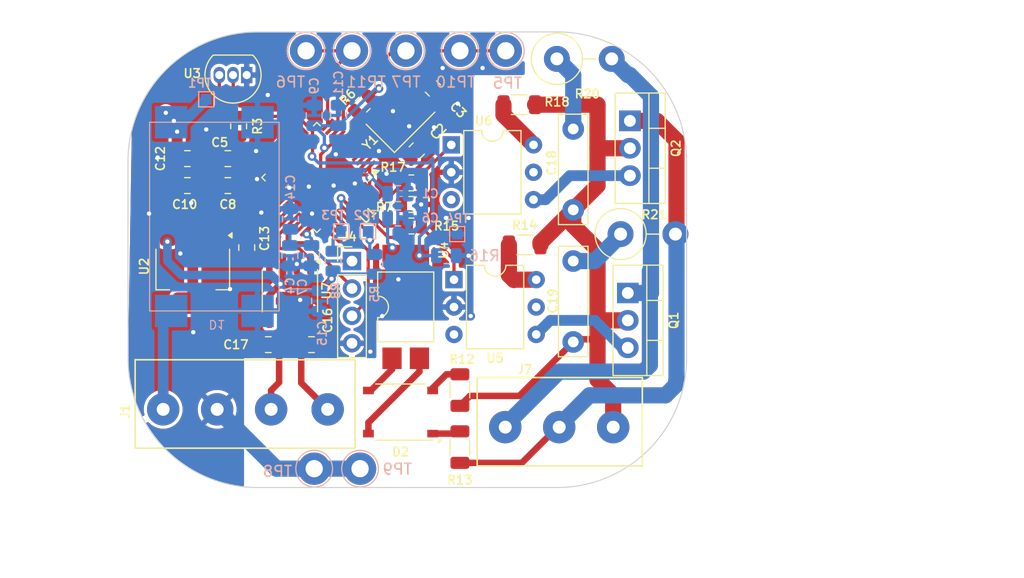
<source format=kicad_pcb>
(kicad_pcb (version 20240108) (generator "pcbnew") (generator_version "8.0")
  (layers (0 "F.Cu" signal) (31 "B.Cu" signal) (34 "B.Paste" user) (35 "F.Paste" user) (36 "B.SilkS" user "B.Silkscreen") (37 "F.SilkS" user "F.Silkscreen") (38 "B.Mask" user) (39 "F.Mask" user) (44 "Edge.Cuts" user))
  (net 0 "")
  (net 1 "+3.3V")
  (net 2 "GND")
  (net 3 "+5V")
  (net 4 "CANH")
  (net 5 "CANL")
  (net 6 "Net-(C18-Pad2)")
  (net 7 "/L")
  (net 8 "Net-(C19-Pad2)")
  (net 9 "Net-(D2-+)")
  (net 10 "Net-(D2--)")
  (net 11 "Net-(D2-Pad2)")
  (net 12 "Net-(D2-Pad1)")
  (net 13 "/SDA")
  (net 14 "/SCL")
  (net 15 "/SWDIO")
  (net 16 "/SWCLK")
  (net 17 "/LOAD_1")
  (net 18 "Net-(Q1-G)")
  (net 19 "/LOAD_2")
  (net 20 "Net-(Q2-G)")
  (net 21 "/OneWire")
  (net 22 "/NRST")
  (net 23 "Net-(U1-BOOT0)")
  (net 24 "Net-(R14-Pad1)")
  (net 25 "Net-(R15-Pad2)")
  (net 26 "/DIM")
  (net 27 "/SINC")
  (net 28 "/DIM2")
  (net 29 "Net-(R17-Pad2)")
  (net 30 "Net-(R18-Pad1)")
  (net 32 "/SW2")
  (net 33 "/UART_TX")
  (net 38 "/UART_RX")
  (net 39 "/SW3")
  (net 42 "/CAN_TX")
  (net 47 "/CAN_RX")
  (net 51 "/SW1")
  (net 58 "Net-(U1-PF0)")
  (net 59 "Net-(U1-PF1)")
  (net 60 "/+24V")
  (footprint "Capacitor_SMD:C_0805_2012Metric" (layer "F.Cu") (at 141.5 70.25 -135)
    (property "Reference" "C2")
    (property "Value" "22pF")
  )
  (footprint "Capacitor_SMD:C_0805_2012Metric" (layer "F.Cu") (at 131.75 88.25 180)
    (property "Reference" "C16")
    (property "Value" "30pF")
  )
  (footprint "Resistor_SMD:R_1206_3216Metric" (layer "F.Cu") (at 151 66)
    (property "Reference" "R18")
    (property "Value" "1k")
  )
  (footprint "myConnector:KF128-4P" (layer "F.Cu") (at 118.01 94.25)
    (property "Reference" "J1")
    (property "Value" "Screw_Terminal_01x04")
  )
  (footprint "Capacitor_THT:C_Rect_L10.0mm_W2.5mm_P7.50mm_MKS4" (layer "F.Cu") (at 156 75.75 90)
    (property "Reference" "C18")
    (property "Value" "0.01uF 400V")
  )
  (footprint "Resistor_SMD:R_0805_2012Metric" (layer "F.Cu") (at 141 73.25)
    (property "Reference" "R17")
    (property "Value" "100")
  )
  (footprint "Package_TO_SOT_SMD:SOT-223-3_TabPin2" (layer "F.Cu") (at 120.75 81.25 -90)
    (property "Reference" "U2")
    (property "Value" "AMS1117-3.3")
  )
  (footprint "Capacitor_SMD:C_0805_2012Metric" (layer "F.Cu") (at 127.75 88.25 180)
    (property "Reference" "C17")
    (property "Value" "30pF")
  )
  (footprint "Resistor_SMD:R_0805_2012Metric" (layer "F.Cu") (at 136.5 66 45)
    (property "Reference" "R6")
    (property "Value" "10k")
  )
  (footprint "Package_TO_SOT_THT:TO-220-3_Vertical" (layer "F.Cu") (at 161.25 67.5 -90)
    (property "Reference" "Q2")
    (property "Value" "BT139-600")
  )
  (footprint "Capacitor_THT:C_Rect_L10.0mm_W2.5mm_P7.50mm_MKS4" (layer "F.Cu") (at 156 88 90)
    (property "Reference" "C19")
    (property "Value" "0.01uF 400V")
  )
  (footprint "Capacitor_SMD:C_0805_2012Metric" (layer "F.Cu") (at 120.25 71)
    (property "Reference" "C12")
    (property "Value" "100nF")
  )
  (footprint "Package_TO_SOT_THT:TO-220-3_Vertical" (layer "F.Cu") (at 161.055 83.46 -90)
    (property "Reference" "Q1")
    (property "Value" "BT139-600")
  )
  (footprint "Package_SO:SOIC-8_3.9x4.9mm_P1.27mm" (layer "F.Cu") (at 129.75 83.25 -90)
    (property "Reference" "U7")
    (property "Value" "TJA1051T-3")
  )
  (footprint "Crystal:Crystal_SMD_5032-4Pin_5.0x3.2mm" (layer "F.Cu") (at 140 67.25 45)
    (property "Reference" "Y1")
    (property "Value" "8mHz")
  )
  (footprint "Resistor_THT:R_Axial_DIN0414_L11.9mm_D4.5mm_P5.08mm_Vertical" (layer "F.Cu") (at 160.385 78)
    (property "Reference" "R21")
    (property "Value" "39 2W")
  )
  (footprint "Resistor_SMD:R_1206_3216Metric" (layer "F.Cu") (at 151.5 79)
    (property "Reference" "R14")
    (property "Value" "1k")
  )
  (footprint "Package_TO_SOT_THT:TO-92_Inline" (layer "F.Cu") (at 125.75 63.25 180)
    (property "Reference" "U3")
    (property "Value" "DS1822")
  )
  (footprint "Package_DIP:DIP-6_W7.62mm" (layer "F.Cu") (at 144.7 69.725)
    (property "Reference" "U6")
    (property "Value" "MOC3020M")
  )
  (footprint "Resistor_SMD:R_0805_2012Metric" (layer "F.Cu") (at 141 75.25)
    (property "Reference" "R7")
    (property "Value" "10k")
  )
  (footprint "Resistor_SMD:R_0805_2012Metric" (layer "F.Cu") (at 141.0125 77.25)
    (property "Reference" "R15")
    (property "Value" "100")
  )
  (footprint "myConnector:KF128-3P" (layer "F.Cu") (at 149.7 95.9)
    (property "Reference" "J7")
    (property "Value" "Screw_Terminal_01x03")
  )
  (footprint "Diode_SMD:Diode_Bridge_Diotec_ABS" (layer "F.Cu") (at 140 94.5 180)
    (property "Reference" "D2")
    (property "Value" "EABS26")
  )
  (footprint "Resistor_SMD:R_1206_3216Metric" (layer "F.Cu") (at 145.5 92.4625 -90)
    (property "Reference" "R12")
    (property "Value" "30k 0,5W")
  )
  (footprint "Resistor_SMD:R_1206_3216Metric" (layer "F.Cu") (at 145.5 97.75 -90)
    (property "Reference" "R13")
    (property "Value" "30k 0,5W")
  )
  (footprint "Resistor_THT:R_Axial_DIN0414_L11.9mm_D4.5mm_P5.08mm_Vertical" (layer "F.Cu") (at 154.485 61.75)
    (property "Reference" "R20")
    (property "Value" "39 2W")
  )
  (footprint "Capacitor_SMD:C_0805_2012Metric" (layer "F.Cu") (at 124 71 180)
    (property "Reference" "C5")
    (property "Value" "1uF")
  )
  (footprint "Capacitor_SMD:C_0805_2012Metric" (layer "F.Cu") (at 125.75 79.25 90)
    (property "Reference" "C13")
    (property "Value" "100nF")
  )
  (footprint "Resistor_SMD:R_0805_2012Metric" (layer "F.Cu") (at 125 68 90)
    (property "Reference" "R3")
    (property "Value" "4.7k")
  )
  (footprint "Capacitor_SMD:C_0805_2012Metric" (layer "F.Cu") (at 143 64.5 135)
    (property "Reference" "C3")
    (property "Value" "22pF")
  )
  (footprint "Package_DIP:DIP-6_W7.62mm" (layer "F.Cu") (at 144.95 82.225)
    (property "Reference" "U5")
    (property "Value" "MOC3020M")
  )
  (footprint "Capacitor_SMD:C_0805_2012Metric" (layer "F.Cu") (at 120.25 73.5)
    (property "Reference" "C10")
    (property "Value" "1uF")
  )
  (footprint "Connector_PinHeader_2.54mm:PinHeader_1x04_P2.54mm_Vertical" (layer "F.Cu") (at 135.5 80.5)
    (property "Reference" "J4")
    (property "Value" "Conn_01x04")
  )
  (footprint "Capacitor_SMD:C_0805_2012Metric" (layer "F.Cu") (at 124 73.5 180)
    (property "Reference" "C8")
    (property "Value" "100nF")
  )
  (footprint "Package_DIP:SMDIP-4_W9.53mm" (layer "F.Cu") (at 140.48 84.75 90)
    (property "Reference" "U4")
    (property "Value" "LTV-817S")
  )
  (footprint "Package_QFP:LQFP-48_7x7mm_P0.5mm" (layer "F.Cu") (at 132.25 72.75 -135)
    (property "Reference" "U1")
    (property "Value" "STM32F072C8Tx")
  )
  (footprint "Capacitor_SMD:C_0805_2012Metric" (layer "B.Cu") (at 139.75 76.5)
    (property "Reference" "C6")
    (property "Value" "100nF")
  )
  (footprint "TestPoint:TestPoint_Loop_D2.60mm_Drill1.6mm_Beaded" (layer "B.Cu") (at 132 99.75 180)
    (property "Reference" "TP8")
    (property "Value" "TestPoint")
  )
  (footprint "Capacitor_SMD:C_0805_2012Metric" (layer "B.Cu") (at 139.75 74.25)
    (property "Reference" "C1")
    (property "Value" "1uF")
  )
  (footprint "TestPoint:TestPoint_Loop_D2.60mm_Drill1.6mm_Beaded" (layer "B.Cu") (at 136.25 99.75 180)
    (property "Reference" "TP9")
    (property "Value" "TestPoint")
  )
  (footprint "TestPoint:TestPoint_Loop_D2.60mm_Drill1.6mm_Beaded" (layer "B.Cu") (at 131.25 61 180)
    (property "Reference" "TP6")
    (property "Value" "TestPoint")
  )
  (footprint "Capacitor_SMD:C_0805_2012Metric" (layer "B.Cu") (at 129.75 80 -90)
    (property "Reference" "C4")
    (property "Value" "1uF")
  )
  (footprint "Capacitor_SMD:C_0805_2012Metric" (layer "B.Cu") (at 129.8 76.6 90)
    (property "Reference" "C14")
    (property "Value" "1uF")
  )
  (footprint "TestPoint:TestPoint_Loop_D2.60mm_Drill1.6mm_Beaded" (layer "B.Cu") (at 135.5 61 180)
    (property "Reference" "TP11")
    (property "Value" "TestPoint")
  )
  (footprint "TestPoint:TestPoint_Pad_1.0x1.0mm" (layer "B.Cu") (at 134.5 77.75 180)
    (property "Reference" "TP3")
    (property "Value" "TestPoint_Flag")
  )
  (footprint "TestPoint:TestPoint_Loop_D2.60mm_Drill1.6mm_Beaded" (layer "B.Cu") (at 149.75 61 180)
    (property "Reference" "TP5")
    (property "Value" "TestPoint")
  )
  (footprint "Capacitor_SMD:C_0805_2012Metric" (layer "B.Cu") (at 132 67 -90)
    (property "Reference" "C9")
    (property "Value" "10nF")
  )
  (footprint "Capacitor_SMD:C_0805_2012Metric" (layer "B.Cu") (at 132.5 84.2 -90)
    (property "Reference" "C15")
    (property "Value" "100nF")
  )
  (footprint "TestPoint:TestPoint_Pad_1.0x1.0mm" (layer "B.Cu") (at 122 65.5 180)
    (property "Reference" "TP1")
    (property "Value" "TestPoint_Flag")
  )
  (footprint "Resistor_SMD:R_0805_2012Metric" (layer "B.Cu") (at 133.75 80.5 90)
    (property "Reference" "R8")
    (property "Value" "4.7k")
  )
  (footprint "TestPoint:TestPoint_Loop_D2.60mm_Drill1.6mm_Beaded" (layer "B.Cu") (at 145.5 61 180)
    (property "Reference" "TP10")
    (property "Value" "TestPoint")
  )
  (footprint "Capacitor_SMD:C_0805_2012Metric" (layer "B.Cu") (at 134.25 67 90)
    (property "Reference" "C11")
    (property "Value" "1uF")
  )
  (footprint "Resistor_SMD:R_0805_2012Metric" (layer "B.Cu") (at 137.6 80.8 90)
    (property "Reference" "R5")
    (property "Value" "4.7k")
  )
  (footprint "Capacitor_SMD:C_0805_2012Metric" (layer "B.Cu") (at 131.75 80 -90)
    (property "Reference" "C7")
    (property "Value" "100nF")
  )
  (footprint "TestPoint:TestPoint_Pad_1.0x1.0mm" (layer "B.Cu") (at 137 77.75 180)
    (property "Reference" "TP2")
    (property "Value" "TestPoint_Flag")
  )
  (footprint "Resistor_SMD:R_0805_2012Metric" (layer "B.Cu") (at 144.25 80 180)
    (property "Reference" "R16")
    (property "Value" "1k")
  )
  (footprint "myConnector:convertor 24-5" (layer "B.Cu") (at 122.75 91.625)
    (property "Reference" "D1")
    (property "Value" "DC")
  )
  (footprint "TestPoint:TestPoint_Pad_1.0x1.0mm" (layer "B.Cu") (at 145.25 78 180)
    (property "Reference" "TP4")
    (property "Value" "TestPoint_Flag")
  )
  (footprint "TestPoint:TestPoint_Loop_D2.60mm_Drill1.6mm_Beaded" (layer "B.Cu") (at 140.5 61 180)
    (property "Reference" "TP7")
    (property "Value" "TestPoint")
  )
  (gr_line (start 154.5 101.5) (end 126.75 101.5) (stroke (width 0.1)) (layer "Edge.Cuts"))
  (gr_line (start 166.5 89.25) (end 166.5 89.5) (stroke (width 0.1)) (layer "Edge.Cuts"))
  (gr_arc (start 126.75 101.5) (mid 118.264719 97.985281) (end 114.75 89.5) (stroke (width 0.1)) (layer "Edge.Cuts"))
  (gr_line (start 166.5 71.25) (end 166.5 71.75) (stroke (width 0.1)) (layer "Edge.Cuts"))
  (gr_line (start 114.75 89.5) (end 114.75 89.25) (stroke (width 0.1)) (layer "Edge.Cuts"))
  (gr_line (start 126.75 59.25) (end 154.5 59.25) (stroke (width 0.1)) (layer "Edge.Cuts"))
  (gr_arc (start 154.5 59.25) (mid 162.985281 62.764719) (end 166.5 71.25) (stroke (width 0.1)) (layer "Edge.Cuts"))
  (gr_line (start 166.5 71.75) (end 166.5 89.25) (stroke (width 0.1)) (layer "Edge.Cuts"))
  (gr_line (start 114.75 89.25) (end 114.75 71.75) (stroke (width 0.1)) (layer "Edge.Cuts"))
  (gr_arc (start 114.75 71.25) (mid 118.264719 62.764719) (end 126.75 59.25) (stroke (width 0.1)) (layer "Edge.Cuts"))
  (gr_arc (start 166.5 89.5) (mid 162.985281 97.985281) (end 154.5 101.5) (stroke (width 0.1)) (layer "Edge.Cuts"))
  (gr_line (start 114.75 71.75) (end 114.75 71.25) (stroke (width 0.1)) (layer "Edge.Cuts"))
  (segment (start 125.701212 71.751212) (end 124.95 71) (width 0.3) (layer "F.Cu") (net 1))
  (segment (start 127.362124 71.751212) (end 125.701212 71.751212) (width 0.3) (layer "F.Cu") (net 1))
  (segment (start 132.745181 72.504819) (end 132.5 72.75) (width 0.3) (layer "F.Cu") (net 1))
  (segment (start 131.251212 77.637876) (end 131.251212 77.93682) (width 0.3) (layer "F.Cu") (net 1))
  (segment (start 132.6 72.65) (end 132.5 72.75) (width 0.3) (layer "F.Cu") (net 1))
  (segment (start 120.75 78.1) (end 120.75 80.25) (width 1) (layer "F.Cu") (net 1))
  (segment (start 124.95 74.8) (end 124.95 73.5) (width 1) (layer "F.Cu") (net 1))
  (segment (start 123.21 63.25) (end 123.21 67.96) (width 0.3) (layer "F.Cu") (net 1))
  (segment (start 138 64.5) (end 137.145235 65.354765) (width 0.3) (layer "F.Cu") (net 1))
  (segment (start 132.6 72.85) (end 132.5 72.75) (width 0.3) (layer "F.Cu") (net 1))
  (segment (start 124.95 71) (end 124.95 68.9625) (width 1) (layer "F.Cu") (net 1))
  (segment (start 134.309449 68.922785) (end 132.6 70.632234) (width 0.3) (layer "F.Cu") (net 1))
  (segment (start 131.251212 77.637876) (end 131.463343 77.637876) (width 0.3) (layer "F.Cu") (net 1))
  (segment (start 132.6 76.501219) (end 132.6 72.85) (width 0.3) (layer "F.Cu") (net 1))
  (segment (start 125.75 80.2) (end 120.8 80.2) (width 1) (layer "F.Cu") (net 1))
  (segment (start 131.463343 77.637876) (end 132.6 76.501219) (width 0.3) (layer "F.Cu") (net 1))
  (segment (start 136.892695 72.504819) (end 132.745181 72.504819) (width 0.3) (layer "F.Cu") (net 1))
  (segment (start 137.137876 72.75) (end 137.137876 71.751212) (width 0.3) (layer "F.Cu") (net 1))
  (segment (start 137.137876 72.75) (end 136.892695 72.504819) (width 0.3) (layer "F.Cu") (net 1))
  (segment (start 131.251212 77.93682) (end 131.316371 78.001979) (width 0.3) (layer "F.Cu") (net 1))
  (segment (start 132.5 72.75) (end 128.360912 72.75) (width 0.3) (layer "F.Cu") (net 1))
  (segment (start 137.137876 73.748788) (end 137.137876 72.75) (width 0.3) (layer "F.Cu") (net 1))
  (segment (start 132.6 70.632234) (end 132.6 72.65) (width 0.3) (layer "F.Cu") (net 1))
  (segment (start 124.95 68.9625) (end 125 68.9125) (width 1) (layer "F.Cu") (net 1))
  (segment (start 124.1625 68.9125) (end 125 68.9125) (width 0.3) (layer "F.Cu") (net 1))
  (segment (start 120.8 80.2) (end 120.75 80.25) (width 1) (layer "F.Cu") (net 1))
  (segment (start 120.75 78.1) (end 120.75 76.75) (width 1) (layer "F.Cu") (net 1))
  (segment (start 124.5 75.5) (end 124.5 75.25) (width 1) (layer "F.Cu") (net 1))
  (segment (start 124.5 75.25) (end 124.95 74.8) (width 1) (layer "F.Cu") (net 1))
  (segment (start 124.95 73.5) (end 124.95 71) (width 1) (layer "F.Cu") (net 1))
  (segment (start 120.75 76.75) (end 122 75.5) (width 1) (layer "F.Cu") (net 1))
  (segment (start 120.75 80.25) (end 120.75 84.4) (width 1) (layer "F.Cu") (net 1))
  (segment (start 123.21 67.96) (end 124.1625 68.9125) (width 0.3) (layer "F.Cu") (net 1))
  (segment (start 122 75.5) (end 124.5 75.5) (width 1) (layer "F.Cu") (net 1))
  (segment (start 128.360912 72.75) (end 127.362124 71.751212) (width 0.3) (layer "F.Cu") (net 1))
  (via (at 137.137876 72.75) (size 0.8) (drill 0.4) (layers "F.Cu" "B.Cu") (net 1))
  (via (at 132.943761 70) (size 0.8) (drill 0.4) (layers "F.Cu" "B.Cu") (net 1))
  (via (at 138 64.5) (size 0.8) (drill 0.4) (layers "F.Cu" "B.Cu") (net 1))
  (via (at 131.316371 78.001979) (size 0.8) (drill 0.4) (layers "F.Cu" "B.Cu") (net 1))
  (via (at 139.25 79.25) (size 0.8) (drill 0.4) (layers "F.Cu" "B.Cu") (net 1))
  (segment (start 138.8 74.25) (end 138.8 76.5) (width 0.3) (layer "B.Cu") (net 1))
  (segment (start 129.75 79.05) (end 129.75 77.6) (width 0.3) (layer "B.Cu") (net 1))
  (segment (start 138.8 76.5) (end 138.8 78.8) (width 0.3) (layer "B.Cu") (net 1))
  (segment (start 132 67.95) (end 134.25 67.95) (width 0.3) (layer "B.Cu") (net 1))
  (segment (start 138.8 78.8) (end 139.25 79.25) (width 0.3) (layer "B.Cu") (net 1))
  (segment (start 131.75 78.435608) (end 131.316371 78.001979) (width 0.3) (layer "B.Cu") (net 1))
  (segment (start 134.25 67.95) (end 137.7 64.5) (width 0.3) (layer "B.Cu") (net 1))
  (segment (start 129.75 77.6) (end 129.8 77.55) (width 0.3) (layer "B.Cu") (net 1))
  (segment (start 132.943761 68.893761) (end 132.943761 70) (width 0.3) (layer "B.Cu") (net 1))
  (segment (start 133.094544 80.5) (end 131.75 79.155456) (width 0.3) (layer "B.Cu") (net 1))
  (segment (start 137.7 64.5) (end 138 64.5) (width 0.3) (layer "B.Cu") (net 1))
  (segment (start 138.8 74.25) (end 137.3 72.75) (width 0.3) (layer "B.Cu") (net 1))
  (segment (start 132 67.95) (end 132.943761 68.893761) (width 0.3) (layer "B.Cu") (net 1))
  (segment (start 137.3 72.75) (end 137.137876 72.75) (width 0.3) (layer "B.Cu") (net 1))
  (segment (start 131.75 79.05) (end 131.75 78.435608) (width 0.3) (layer "B.Cu") (net 1))
  (segment (start 129.75 79.05) (end 131.75 79.05) (width 0.3) (layer "B.Cu") (net 1))
  (segment (start 131.75 79.155456) (end 131.75 79.05) (width 0.3) (layer "B.Cu") (net 1))
  (segment (start 135.5 80.5) (end 133.094544 80.5) (width 0.3) (layer "B.Cu") (net 1))
  (segment (start 136.08198 73.4) (end 135.8 73.4) (width 0.3) (layer "F.Cu") (net 2))
  (segment (start 139.235786 66.6) (end 138.126167 67.709619) (width 0.3) (layer "F.Cu") (net 2))
  (segment (start 143.492463 65.171751) (end 141.873833 66.790381) (width 0.6) (layer "F.Cu") (net 2))
  (segment (start 131.8 76.38198) (end 131.8 76.1) (width 0.3) (layer "F.Cu") (net 2))
  (segment (start 130.897658 77.284322) (end 131.8 76.38198) (width 0.3) (layer "F.Cu") (net 2))
  (segment (start 139.3 66.6) (end 139.235786 66.6) (width 0.3) (layer "F.Cu") (net 2))
  (segment (start 136.784322 74.102342) (end 136.08198 73.4) (width 0.3) (layer "F.Cu") (net 2))
  (segment (start 134.068594 69.870744) (end 134.068594 70.219888) (width 0.3) (layer "F.Cu") (net 2))
  (segment (start 127.715678 71.397658) (end 126.61802 70.3) (width 0.3) (layer "F.Cu") (net 2))
  (segment (start 143.671751 65.171751) (end 143.492463 65.171751) (width 0.6) (layer "F.Cu") (net 2))
  (segment (start 141.873833 69.280331) (end 142.171751 69.578249) (width 0.6) (layer "F.Cu") (net 2))
  (segment (start 135.8 73.336891) (end 135.767928 73.304819) (width 0.3) (layer "F.Cu") (net 2))
  (segment (start 141.873833 66.790381) (end 141.873833 69.280331) (width 0.6) (layer "F.Cu") (net 2))
  (segment (start 135.8 73.4) (end 135.8 73.336891) (width 0.3) (layer "F.Cu") (net 2))
  (segment (start 134.068594 70.219888) (end 134.068594 70.531406) (width 0.3) (layer "F.Cu") (net 2))
  (segment (start 134.663002 69.276338) (end 134.068594 69.870744) (width 0.3) (layer "F.Cu") (net 2))
  (segment (start 134.068594 70.531406) (end 134 70.6) (width 0.3) (layer "F.Cu") (net 2))
  (segment (start 126.6 70.3) (end 126.61802 70.3) (width 0.3) (layer "F.Cu") (net 2))
  (via (at 138.3 85.6) (size 0.8) (drill 0.4) (layers "F.Cu" "B.Cu") (net 2))
  (via (at 138 70.3) (size 0.8) (drill 0.4) (layers "F.Cu" "B.Cu") (net 2))
  (via (at 131.5 73.6) (size 0.8) (drill 0.4) (layers "F.Cu" "B.Cu") (net 2))
  (via (at 117.5 70.9) (size 0.8) (drill 0.4) (layers "F.Cu" "B.Cu") (net 2))
  (via (at 126.7 72.9) (size 0.8) (drill 0.4) (layers "F.Cu" "B.Cu") (net 2))
  (via (at 146.5 85.6) (size 0.8) (drill 0.4) (layers "F.Cu" "B.Cu") (net 2))
  (via (at 143.1 68.1) (size 0.8) (drill 0.4) (layers "F.Cu" "B.Cu") (net 2))
  (via (at 122 68.3) (size 0.8) (drill 0.4) (layers "F.Cu" "B.Cu") (net 2))
  (via (at 129.7 73.7) (size 0.8) (drill 0.4) (layers "F.Cu" "B.Cu") (net 2))
  (via (at 138.7 72.4) (size 0.8) (drill 0.4) (layers "F.Cu" "B.Cu") (net 2))
  (via (at 119.6 79.8) (size 0.8) (drill 0.4) (layers "F.Cu" "B.Cu") (net 2))
  (via (at 140.8 68) (size 0.8) (drill 0.4) (layers "F.Cu" "B.Cu") (net 2))
  (via (at 120.6 75.1) (size 0.8) (drill 0.4) (layers "F.Cu" "B.Cu") (net 2))
  (via (at 116.7 76.1) (size 0.8) (drill 0.4) (layers "F.Cu" "B.Cu") (net 2))
  (via (at 146.3 80) (size 0.8) (drill 0.4) (layers "F.Cu" "B.Cu") (net 2))
  (via (at 137.2 88.9) (size 0.8) (drill 0.4) (layers "F.Cu" "B.Cu") (net 2))
  (via (at 139.3 66.6) (size 0.8) (drill 0.4) (layers "F.Cu" "B.Cu") (net 2))
  (via (at 145.3 65.9) (size 0.8) (drill 0.4) (layers "F.Cu" "B.Cu") (net 2))
  (via (at 144.2 76.5) (size 0.8) (drill 0.4) (layers "F.Cu" "B.Cu") (net 2))
  (via (at 143.9 62.6) (size 0.8) (drill 0.4) (layers "F.Cu" "B.Cu") (net 2))
  (via (at 124.2 83.1) (size 0.8) (drill 0.4) (layers "F.Cu" "B.Cu") (net 2))
  (via (at 141.9125 75.25) (size 0.8) (drill 0.4) (layers "F.Cu" "B.Cu") (net 2))
  (via (at 120.8 87.1) (size 0.8) (drill 0.4) (layers "F.Cu" "B.Cu") (net 2))
  (via (at 135.767928 73.304819) (size 0.8) (drill 0.4) (layers "F.Cu" "B.Cu") (net 2))
  (via (at 139.8 82.2) (size 0.8) (drill 0.4) (layers "F.Cu" "B.Cu") (net 2))
  (via (at 133.8 73.5) (size 0.8) (drill 0.4) (layers "F.Cu" "B.Cu") (net 2))
  (via (at 130.384994 80.774997) (size 0.8) (drill 0.4) (layers "F.Cu" "B.Cu") (net 2))
  (via (at 134 70.6) (size 0.8) (drill 0.4) (layers "F.Cu" "B.Cu") (net 2))
  (via (at 130.7 84.1) (size 0.8) (drill 0.4) (layers "F.Cu" "B.Cu") (net 2))
  (via (at 146.3 76.5) (size 0.8) (drill 0.4) (layers "F.Cu" "B.Cu") (net 2))
  (via (at 126.61802 70.3) (size 0.8) (drill 0.4) (layers "F.Cu" "B.Cu") (net 2))
  (via (at 127.7 65.1) (size 0.8) (drill 0.4) (layers "F.Cu" "B.Cu") (net 2))
  (via (at 131.8 76.1) (size 0.8) (drill 0.4) (layers "F.Cu" "B.Cu") (net 2))
  (via (at 147.6 62.6) (size 0.8) (drill 0.4) (layers "F.Cu" "B.Cu") (net 2))
  (via (at 127.1 76) (size 0.8) (drill 0.4) (layers "F.Cu" "B.Cu") (net 2))
  (segment (start 130.559997 80.95) (end 130.384994 80.774997) (width 0.6) (layer "B.Cu") (net 2))
  (segment (start 132 99.75) (end 128.51 99.75) (width 1.5) (layer "B.Cu") (net 2))
  (segment (start 132 99.75) (end 136.25 99.75) (width 1.5) (layer "B.Cu") (net 2))
  (segment (start 130.5 80.25) (end 130.5 80.659991) (width 0.6) (layer "B.Cu") (net 2))
  (segment (start 130.209991 80.95) (end 130.384994 80.774997) (width 0.6) (layer "B.Cu") (net 2))
  (segment (start 131.75 80.95) (end 130.559997 80.95) (width 0.6) (layer "B.Cu") (net 2))
  (segment (start 131.75 80.95) (end 129.75 80.95) (width 0.6) (layer "B.Cu") (net 2))
  (segment (start 145.1625 80) (end 146.3 80) (width 0.3) (layer "B.Cu") (net 2))
  (segment (start 128.51 99.75) (end 123.01 94.25) (width 1.5) (layer "B.Cu") (net 2))
  (segment (start 129.75 80.95) (end 130.209991 80.95) (width 0.6) (layer "B.Cu") (net 2))
  (segment (start 130.5 80.659991) (end 130.384994 80.774997) (width 0.6) (layer "B.Cu") (net 2))
  (segment (start 119.3 73.5) (end 119.3 74.95) (width 1) (layer "F.Cu") (net 3))
  (segment (start 119 67.5) (end 118.25 66.75) (width 1) (layer "F.Cu") (net 3))
  (segment (start 119.3 68.5) (end 119.3 67.8) (width 1) (layer "F.Cu") (net 3))
  (segment (start 118.45 75.8) (end 118.45 78.1) (width 1) (layer "F.Cu") (net 3))
  (segment (start 119.3 71) (end 119.3 73.5) (width 1) (layer "F.Cu") (net 3))
  (segment (start 128.875 82.625) (end 129 82.75) (width 0.6) (layer "F.Cu") (net 3))
  (segment (start 129 82.75) (end 133 82.75) (width 0.6) (layer "F.Cu") (net 3))
  (segment (start 129.115 82.385) (end 129.115 80.775) (width 0.6) (layer "F.Cu") (net 3))
  (segment (start 119.3 67.8) (end 119 67.5) (width 1) (layer "F.Cu") (net 3))
  (segment (start 119.3 71) (end 119.3 68.5) (width 1) (layer "F.Cu") (net 3))
  (segment (start 127.845 85.725) (end 127.845 83.655) (width 0.6) (layer "F.Cu") (net 3))
  (segment (start 119.3 74.95) (end 118.45 75.8) (width 1) (layer "F.Cu") (net 3))
  (segment (start 128.875 82.625) (end 129.115 82.385) (width 0.6) (layer "F.Cu") (net 3))
  (segment (start 133 82.75) (end 133.609314 82.140686) (width 0.6) (layer "F.Cu") (net 3))
  (segment (start 127.845 83.655) (end 128.875 82.625) (width 0.6) (layer "F.Cu") (net 3))
  (via (at 118.25 66.75) (size 0.8) (drill 0.4) (layers "F.Cu" "B.Cu") (net 3))
  (via (at 128.875 82.625) (size 0.8) (drill 0.4) (layers "F.Cu" "B.Cu") (net 3))
  (via (at 119.3 68.5) (size 0.8) (drill 0.4) (layers "F.Cu" "B.Cu") (net 3))
  (via (at 118.4 78.7) (size 0.8) (drill 0.4) (layers "F.Cu" "B.Cu") (net 3))
  (via (at 133.609314 82.140686) (size 0.8) (drill 0.4) (layers "F.Cu" "B.Cu") (net 3))
  (via (at 119 67.5) (size 0.8) (drill 0.4) (layers "F.Cu" "B.Cu") (net 3))
  (segment (start 118.4 80.5) (end 119.7 81.8) (width 0.8) (layer "B.Cu") (net 3))
  (segment (start 132.5 83.25) (end 133.609314 82.140686) (width 0.3) (layer "B.Cu") (net 3))
  (segment (start 119.7 81.8) (end 128.05 81.8) (width 0.8) (layer "B.Cu") (net 3))
  (segment (start 136.9625 81.7) (end 134.05 81.7) (width 0.3) (layer "B.Cu") (net 3))
  (segment (start 132.5 83.25) (end 129.5 83.25) (width 0.3) (layer "B.Cu") (net 3))
  (segment (start 128.05 81.8) (end 128.875 82.625) (width 0.8) (layer "B.Cu") (net 3))
  (segment (start 133.75 81.4125) (end 133.75 81.75) (width 0.6) (layer "B.Cu") (net 3))
  (segment (start 118.4 78.7) (end 118.4 80.5) (width 0.8) (layer "B.Cu") (net 3))
  (segment (start 119.875 67.625) (end 122 65.5) (width 1) (layer "B.Cu") (net 3))
  (segment (start 134.05 81.7) (end 133.609314 82.140686) (width 0.3) (layer "B.Cu") (net 3))
  (segment (start 129.5 83.25) (end 128.875 82.625) (width 0.3) (layer "B.Cu") (net 3))
  (segment (start 137 81.6625) (end 136.9625 81.7) (width 0.3) (layer "B.Cu") (net 3))
  (segment (start 118.75 67.625) (end 119.875 67.625) (width 1) (layer "B.Cu") (net 3))
  (segment (start 130.385 87.835) (end 130.8 88.25) (width 0.6) (layer "F.Cu") (net 4))
  (segment (start 130.8 91.8) (end 130.8 88.25) (width 0.6) (layer "F.Cu") (net 4))
  (segment (start 133.25 94.25) (end 130.8 91.8) (width 0.6) (layer "F.Cu") (net 4))
  (segment (start 130.385 85.725) (end 130.385 87.835) (width 0.6) (layer "F.Cu") (net 4))
  (segment (start 128.75 91.75) (end 128.75 88.3) (width 0.6) (layer "F.Cu") (net 5))
  (segment (start 128.75 88.3) (end 128.7 88.25) (width 0.6) (layer "F.Cu") (net 5))
  (segment (start 128.01 94.25) (end 128.01 92.49) (width 0.6) (layer "F.Cu") (net 5))
  (segment (start 129.115 85.725) (end 129.115 87.835) (width 0.6) (layer "F.Cu") (net 5))
  (segment (start 129.115 87.835) (end 128.7 88.25) (width 0.6) (layer "F.Cu") (net 5))
  (segment (start 128.01 92.49) (end 128.75 91.75) (width 0.6) (layer "F.Cu") (net 5))
  (segment (start 156 63.265) (end 154.485 61.75) (width 1.5) (layer "B.Cu") (net 6))
  (segment (start 156 68.25) (end 156 63.265) (width 1.5) (layer "B.Cu") (net 6))
  (segment (start 152.9625 79) (end 152.9625 78.7875) (width 1.5) (layer "F.Cu") (net 7))
  (segment (start 156.25 87.75) (end 158.25 87.75) (width 0.6) (layer "F.Cu") (net 7))
  (segment (start 152.9625 78.7875) (end 156 75.75) (width 1.5) (layer "F.Cu") (net 7))
  (segment (start 158.25 66) (end 152.4625 66) (width 1.5) (layer "F.Cu") (net 7))
  (segment (start 158.25 73.5) (end 156 75.75) (width 1.5) (layer "F.Cu") (net 7))
  (segment (start 158.25 91.5) (end 158.25 87.75) (width 1.5) (layer "F.Cu") (net 7))
  (segment (start 159.7 95.75) (end 159.7 92.95) (width 1.5) (layer "F.Cu") (net 7))
  (segment (start 158.25 79.45) (end 157.3 78.5) (width 1.5) (layer "F.Cu") (net 7))
  (segment (start 161.055 86) (end 158.25 86) (width 1.5) (layer "F.Cu") (net 7))
  (segment (start 161.25 70.04) (end 158.29 70.04) (width 1.5) (layer "F.Cu") (net 7))
  (segment (start 158.25 86) (end 158.25 79.45) (width 1.5) (layer "F.Cu") (net 7))
  (segment (start 159.7 92.95) (end 158.25 91.5) (width 1.5) (layer "F.Cu") (net 7))
  (segment (start 156 88) (end 156.25 87.75) (width 0.6) (layer "F.Cu") (net 7))
  (segment (start 151 93) (end 156 88) (width 0.6) (layer "F.Cu") (net 7))
  (segment (start 157.3 78.5) (end 156 77.2) (width 1.5) (layer "F.Cu") (net 7))
  (segment (start 146.425 93) (end 151 93) (width 0.6) (layer "F.Cu") (net 7))
  (segment (start 158.25 87.75) (end 158.25 86) (width 1.5) (layer "F.Cu") (net 7))
  (segment (start 145.5 93.925) (end 146.425 93) (width 0.6) (layer "F.Cu") (net 7))
  (segment (start 158.25 70) (end 158.25 73.5) (width 1.5) (layer "F.Cu") (net 7))
  (segment (start 158.25 70) (end 158.25 66) (width 1.5) (layer "F.Cu") (net 7))
  (segment (start 158.29 70.04) (end 158.25 70) (width 1.5) (layer "F.Cu") (net 7))
  (segment (start 156 77.2) (end 156 75.75) (width 1.5) (layer "F.Cu") (net 7))
  (segment (start 157.985 80.5) (end 160.485 78) (width 1.5) (layer "B.Cu") (net 8))
  (segment (start 156 80.5) (end 157.985 80.5) (width 1.5) (layer "B.Cu") (net 8))
  (segment (start 137.25 92.5) (end 139.21 90.54) (width 0.6) (layer "F.Cu") (net 9))
  (segment (start 137.025 92.5) (end 137.25 92.5) (width 0.6) (layer "F.Cu") (net 9))
  (segment (start 139.21 90.54) (end 139.21 89.515) (width 0.6) (layer "F.Cu") (net 9))
  (segment (start 141.75 90.75) (end 141.75 89.515) (width 0.6) (layer "F.Cu") (net 10))
  (segment (start 137.025 95.475) (end 141.75 90.75) (width 0.6) (layer "F.Cu") (net 10))
  (segment (start 137.025 96.5) (end 137.025 95.475) (width 0.6) (layer "F.Cu") (net 10))
  (segment (start 142.975 92.5) (end 142.975 92.275) (width 0.6) (layer "F.Cu") (net 11))
  (segment (start 144.25 91) (end 145.5 91) (width 0.6) (layer "F.Cu") (net 11))
  (segment (start 142.975 92.275) (end 144.25 91) (width 0.6) (layer "F.Cu") (net 11))
  (segment (start 142.975 96.5) (end 145.2875 96.5) (width 0.6) (layer "F.Cu") (net 12))
  (segment (start 145.2875 96.5) (end 145.5 96.2875) (width 0.6) (layer "F.Cu") (net 12))
  (segment (start 134.535553 74.681999) (end 135.370109 75.516555) (width 0.3) (layer "F.Cu") (net 13))
  (segment (start 134.49285 74.681999) (end 134.535553 74.681999) (width 0.3) (layer "F.Cu") (net 13))
  (via (at 134.49285 74.681999) (size 0.8) (drill 0.4) (layers "F.Cu" "B.Cu") (net 13))
  (segment (start 134.5 74.689149) (end 134.49285 74.681999) (width 0.3) (layer "B.Cu") (net 13))
  (segment (start 133.75 79.5875) (end 133.75 78.5) (width 0.3) (layer "B.Cu") (net 13))
  (segment (start 133.75 78.5) (end 134.5 77.75) (width 0.3) (layer "B.Cu") (net 13))
  (segment (start 134.5 77.75) (end 134.5 74.689149) (width 0.3) (layer "B.Cu") (net 13))
  (segment (start 137.151971 78.005523) (end 137.151971 78.545599) (width 0.3) (layer "F.Cu") (net 14))
  (segment (start 135.610963 76.464515) (end 137.151971 78.005523) (width 0.3) (layer "F.Cu") (net 14))
  (segment (start 135.016555 75.870109) (end 135.610963 76.464515) (width 0.3) (layer "F.Cu") (net 14))
  (via (at 137.151971 78.545599) (size 0.8) (drill 0.4) (layers "F.Cu" "B.Cu") (net 14))
  (segment (start 137.6 79.8875) (end 137.151971 79.439471) (width 0.3) (layer "B.Cu") (net 14))
  (segment (start 137.151971 77.901971) (end 137 77.75) (width 0.3) (layer "B.Cu") (net 14))
  (segment (start 137.151971 79.439471) (end 137.151971 77.901971) (width 0.3) (layer "B.Cu") (net 14))
  (segment (start 129.551979 78.801979) (end 131.401979 78.801979) (width 0.3) (layer "F.Cu") (net 15))
  (segment (start 130.544105 76.930769) (end 130.544103 76.930769) (width 0.3) (layer "F.Cu") (net 15))
  (segment (start 130.544103 76.930769) (end 129.5 77.974872) (width 0.3) (layer "F.Cu") (net 15))
  (segment (start 131.401979 78.801979) (end 135.5 82.9) (width 0.3) (layer "F.Cu") (net 15))
  (segment (start 129.5 77.974872) (end 129.5 78.75) (width 0.3) (layer "F.Cu") (net 15))
  (segment (start 135.5 82.9) (end 135.5 83.04) (width 0.3) (layer "F.Cu") (net 15))
  (segment (start 129.5 78.75) (end 129.551979 78.801979) (width 0.3) (layer "F.Cu") (net 15))
  (segment (start 135.5 85.58) (end 137 84.08) (width 0.3) (layer "F.Cu") (net 16))
  (segment (start 137 84.08) (end 137 79.5) (width 0.3) (layer "F.Cu") (net 16))
  (segment (start 136.169544 78.694544) (end 134.305456 78.694544) (width 0.3) (layer "F.Cu") (net 16))
  (segment (start 134.305456 78.694544) (end 133.248788 77.637876) (width 0.3) (layer "F.Cu") (net 16))
  (segment (start 137 79.5) (end 136.975 79.5) (width 0.3) (layer "F.Cu") (net 16))
  (segment (start 136.975 79.5) (end 136.169544 78.694544) (width 0.3) (layer "F.Cu") (net 16))
  (segment (start 159.565 61.75) (end 161.065 63.25) (width 1.5) (layer "B.Cu") (net 17))
  (segment (start 163.2 83.46) (end 161.055 83.46) (width 1.5) (layer "B.Cu") (net 17))
  (segment (start 161.015 83.5) (end 161.055 83.46) (width 1.5) (layer "B.Cu") (net 17))
  (segment (start 149.7 95.75) (end 154.7 90.75) (width 1.5) (layer "B.Cu") (net 17))
  (segment (start 163.1 90.15) (end 163.1 81.415) (width 1.5) (layer "B.Cu") (net 17))
  (segment (start 161.25 63.25) (end 163.2 65.2) (width 1.5) (layer "B.Cu") (net 17))
  (segment (start 163.2 65.2) (end 163.2 83.46) (width 1.5) (layer "B.Cu") (net 17))
  (segment (start 161.065 63.25) (end 161.25 63.25) (width 1.5) (layer "B.Cu") (net 17))
  (segment (start 162.5 90.75) (end 163.1 90.15) (width 1.5) (layer "B.Cu") (net 17))
  (segment (start 154.7 90.75) (end 162.5 90.75) (width 1.5) (layer "B.Cu") (net 17))
  (segment (start 153.875 86) (end 152.57 87.305) (width 1) (layer "B.Cu") (net 18))
  (segment (start 158 86) (end 153.875 86) (width 1) (layer "B.Cu") (net 18))
  (segment (start 161.055 88.54) (end 160.54 88.54) (width 1) (layer "B.Cu") (net 18))
  (segment (start 160.54 88.54) (end 158 86) (width 1) (layer "B.Cu") (net 18))
  (segment (start 151.2375 99.2125) (end 154.7 95.75) (width 0.6) (layer "F.Cu") (net 19))
  (segment (start 161.25 67.5) (end 163.75 67.5) (width 1.5) (layer "F.Cu") (net 19))
  (segment (start 145.5 99.2125) (end 151.2375 99.2125) (width 0.6) (layer "F.Cu") (net 19))
  (segment (start 163.75 67.5) (end 165.565 69.315) (width 1.5) (layer "F.Cu") (net 19))
  (segment (start 165.565 69.315) (end 165.565 78) (width 1.5) (layer "F.Cu") (net 19))
  (segment (start 165.449394 92.050606) (end 164.55 92.95) (width 1.5) (layer "B.Cu") (net 19))
  (segment (start 164.55 92.95) (end 157.5 92.95) (width 1.5) (layer "B.Cu") (net 19))
  (segment (start 157.5 92.95) (end 154.7 95.75) (width 1.5) (layer "B.Cu") (net 19))
  (segment (start 165.565 78) (end 165.565 91.490021) (width 1.5) (layer "B.Cu") (net 19))
  (segment (start 165.514858 91.774391) (end 165.449394 92.050606) (width 1.5) (layer "B.Cu") (net 19))
  (segment (start 165.565 91.490021) (end 165.514858 91.774391) (width 1.5) (layer "B.Cu") (net 19))
  (segment (start 153.445 74.805) (end 155.67 72.58) (width 1) (layer "B.Cu") (net 20))
  (segment (start 152.32 74.805) (end 153.445 74.805) (width 1) (layer "B.Cu") (net 20))
  (segment (start 155.67 72.58) (end 161.25 72.58) (width 1) (layer "B.Cu") (net 20))
  (segment (start 124.5 66.5875) (end 124.5 63.86) (width 0.3) (layer "F.Cu") (net 21))
  (segment (start 125 67.0875) (end 124.5 66.5875) (width 0.3) (layer "F.Cu") (net 21))
  (segment (start 130.544105 68.569231) (end 129.062374 67.0875) (width 0.3) (layer "F.Cu") (net 21))
  (segment (start 129.062374 67.0875) (end 125 67.0875) (width 0.3) (layer "F.Cu") (net 21))
  (segment (start 135.610963 69.035485) (end 135.854765 68.791683) (width 0.3) (layer "F.Cu") (net 22))
  (segment (start 135.854765 68.791683) (end 135.854765 66.645235) (width 0.3) (layer "F.Cu") (net 22))
  (segment (start 135.016555 69.629891) (end 135.610963 69.035485) (width 0.3) (layer "F.Cu") (net 22))
  (segment (start 140.617956 78.3) (end 141 77.917956) (width 0.3) (layer "F.Cu") (net 23))
  (segment (start 138.86066 78.3) (end 140.617956 78.3) (width 0.3) (layer "F.Cu") (net 23))
  (segment (start 141 76.4) (end 140.0875 75.4875) (width 0.3) (layer "F.Cu") (net 23))
  (segment (start 135.723662 75.163002) (end 138.86066 78.3) (width 0.3) (layer "F.Cu") (net 23))
  (segment (start 141 77.917956) (end 141 76.4) (width 0.3) (layer "F.Cu") (net 23))
  (segment (start 140.0875 75.4875) (end 140.0875 75.25) (width 0.3) (layer "F.Cu") (net 23))
  (segment (start 150.525 82.225) (end 152.57 82.225) (width 1.5) (layer "F.Cu") (net 24))
  (segment (start 150.0375 81.7875) (end 150.5 82.25) (width 1.5) (layer "F.Cu") (net 24))
  (segment (start 150.0375 79) (end 150.0375 81.7875) (width 1.5) (layer "F.Cu") (net 24))
  (segment (start 150.5 82.25) (end 150.525 82.225) (width 1.5) (layer "F.Cu") (net 24))
  (segment (start 144.95 82.225) (end 144.95 80.375) (width 0.3) (layer "F.Cu") (net 25))
  (segment (start 144.95 80.375) (end 141.825 77.25) (width 0.3) (layer "F.Cu") (net 25))
  (segment (start 138.517766 77.25) (end 136.077215 74.809449) (width 0.3) (layer "F.Cu") (net 26))
  (segment (start 140 77.25) (end 138.517766 77.25) (width 0.3) (layer "F.Cu") (net 26))
  (segment (start 131.845619 70.754381) (end 131.8 70.8) (width 0.3) (layer "F.Cu") (net 27))
  (segment (start 131.251212 67.862124) (end 131.845619 68.456531) (width 0.3) (layer "F.Cu") (net 27))
  (segment (start 131.845619 68.456531) (end 131.845619 70.754381) (width 0.3) (layer "F.Cu") (net 27))
  (via (at 131.8 70.8) (size 0.8) (drill 0.4) (layers "F.Cu" "B.Cu") (net 27))
  (via (at 141.75 79.985) (size 0.8) (drill 0.4) (layers "F.Cu" "B.Cu") (net 27))
  (segment (start 143 71) (end 143 77) (width 0.3) (layer "B.Cu") (net 27))
  (segment (start 141.75 78.25) (end 141.75 79.985) (width 0.3) (layer "B.Cu") (net 27))
  (segment (start 131.8 70.8) (end 132.4 71.4) (width 0.3) (layer "B.Cu") (net 27))
  (segment (start 141.765 80) (end 141.75 79.985) (width 0.3) (layer "B.Cu") (net 27))
  (segment (start 142.6 71.4) (end 143 71) (width 0.3) (layer "B.Cu") (net 27))
  (segment (start 132.4 71.4) (end 142.6 71.4) (width 0.3) (layer "B.Cu") (net 27))
  (segment (start 143 77) (end 141.75 78.25) (width 0.3) (layer "B.Cu") (net 27))
  (segment (start 143.3375 80) (end 141.765 80) (width 0.3) (layer "B.Cu") (net 27))
  (segment (start 138 75.5) (end 137.474872 75.5) (width 0.3) (layer "F.Cu") (net 28))
  (segment (start 137.025175 75.050303) (end 136.430769 74.455895) (width 0.3) (layer "F.Cu") (net 28))
  (segment (start 140.0875 73.25) (end 140.0875 73.4125) (width 0.3) (layer "F.Cu") (net 28))
  (segment (start 137.474872 75.5) (end 137.025175 75.050303) (width 0.3) (layer "F.Cu") (net 28))
  (segment (start 140.0875 73.4125) (end 138 75.5) (width 0.3) (layer "F.Cu") (net 28))
  (segment (start 141.9125 73.25) (end 141.9125 72.5125) (width 0.3) (layer "F.Cu") (net 29))
  (segment (start 141.9125 72.5125) (end 144.7 69.725) (width 0.3) (layer "F.Cu") (net 29))
  (segment (start 149.5375 66.9425) (end 152.32 69.725) (width 1.5) (layer "F.Cu") (net 30))
  (segment (start 149.5375 66) (end 149.5375 66.9425) (width 1.5) (layer "F.Cu") (net 30))
  (segment (start 133.248788 67.862124) (end 133.248788 63.251212) (width 0.3) (layer "F.Cu") (net 32))
  (segment (start 135.5 61) (end 131.25 61) (width 0.3) (layer "F.Cu") (net 32))
  (segment (start 133.248788 63.251212) (end 135.5 61) (width 0.3) (layer "F.Cu") (net 32))
  (segment (start 134.2 66.10797) (end 139.30797 61) (width 0.3) (layer "F.Cu") (net 39))
  (segment (start 134.2 67.61802) (end 134.2 66.10797) (width 0.3) (layer "F.Cu") (net 39))
  (segment (start 139.30797 61) (end 140.5 61) (width 0.3) (layer "F.Cu") (net 39))
  (segment (start 133.602342 68.215678) (end 134.2 67.61802) (width 0.3) (layer "F.Cu") (net 39))
  (segment (start 128.75 78.017766) (end 130.190551 76.577215) (width 0.3) (layer "F.Cu") (net 42))
  (segment (start 131.655 80.775) (end 131.655 80.358738) (width 0.3) (layer "F.Cu") (net 42))
  (segment (start 130.639038 79.346144) (end 128.75 79.346144) (width 0.3) (layer "F.Cu") (net 42))
  (segment (start 130.796262 79.5) (end 130.792894 79.5) (width 0.3) (layer "F.Cu") (net 42))
  (segment (start 130.792894 79.5) (end 130.639038 79.346144) (width 0.3) (layer "F.Cu") (net 42))
  (segment (start 131.655 80.358738) (end 130.796262 79.5) (width 0.3) (layer "F.Cu") (net 42))
  (segment (start 128.75 79.346144) (end 128.75 78.017766) (width 0.3) (layer "F.Cu") (net 42))
  (segment (start 127.845 80.775) (end 127.845 78.21566) (width 0.3) (layer "F.Cu") (net 47))
  (segment (start 127.845 78.21566) (end 129.836998 76.223662) (width 0.3) (layer "F.Cu") (net 47))
  (segment (start 137.515076 63.5) (end 140.87868 63.5) (width 0.3) (layer "F.Cu") (net 51))
  (segment (start 133.955895 68.569231) (end 134.7 67.825126) (width 0.3) (layer "F.Cu") (net 51))
  (segment (start 143.37868 61) (end 145.5 61) (width 0.3) (layer "F.Cu") (net 51))
  (segment (start 134.7 67.825126) (end 134.7 66.315076) (width 0.3) (layer "F.Cu") (net 51))
  (segment (start 149.75 61) (end 145.5 61) (width 0.3) (layer "F.Cu") (net 51))
  (segment (start 140.87868 63.5) (end 143.37868 61) (width 0.3) (layer "F.Cu") (net 51))
  (segment (start 134.7 66.315076) (end 137.515076 63.5) (width 0.3) (layer "F.Cu") (net 51))
  (segment (start 135.723662 70.336998) (end 136.936827 69.123833) (width 0.3) (layer "F.Cu") (net 58))
  (segment (start 139.540381 69.123833) (end 139.540381 69.633883) (width 0.3) (layer "F.Cu") (net 58))
  (segment (start 136.936827 69.123833) (end 139.540381 69.123833) (width 0.3) (layer "F.Cu") (net 58))
  (segment (start 139.540381 69.633883) (end 140.828249 70.921751) (width 0.3) (layer "F.Cu") (net 58))
  (segment (start 140.459619 65.376167) (end 140.780331 65.376167) (width 0.3) (layer "F.Cu") (net 59))
  (segment (start 135.370109 69.983445) (end 136.5 68.853554) (width 0.3) (layer "F.Cu") (net 59))
  (segment (start 136.5 68.853554) (end 136.5 67.75) (width 0.3) (layer "F.Cu") (net 59))
  (segment (start 140.780331 65.376167) (end 142.328249 63.828249) (width 0.3) (layer "F.Cu") (net 59))
  (segment (start 135.370109 69.983445) (end 135.964515 69.389037) (width 0.3) (layer "F.Cu") (net 59))
  (segment (start 138.873833 65.376167) (end 140.459619 65.376167) (width 0.3) (layer "F.Cu") (net 59))
  (segment (start 135.964515 69.389037) (end 135.979719 69.373833) (width 0.3) (layer "F.Cu") (net 59))
  (segment (start 136.5 67.75) (end 138.873833 65.376167) (width 0.3) (layer "F.Cu") (net 59))
  (segment (start 118.01 94.25) (end 118.01 85.865) (width 1) (layer "B.Cu") (net 60))
  (segment (start 118.01 85.865) (end 118.75 85.125) (width 1) (layer "B.Cu") (net 60))
  (zone (net 2) (net_name "GND") (layers "F&B.Cu") (connect_pads (clearance 0.3)) (min_thickness 0.3) (fill yes (thermal_gap 0.3) (thermal_bridge_width 0.5))
    (polygon (pts (xy 114.75 90.25) (xy 115.25 59.25) (xy 151.5 59.25) (xy 151.5 63.25) (xy 146.75 63.25) (xy 146.75 86) (xy 143.5 86) (xy 143 86) (xy 137.75 86) (xy 137.75 89.5) (xy 134 89.5) (xy 125.5 89.5) (xy 125.5 101.5) (xy 114.75 101.5)))
  )
)
</source>
